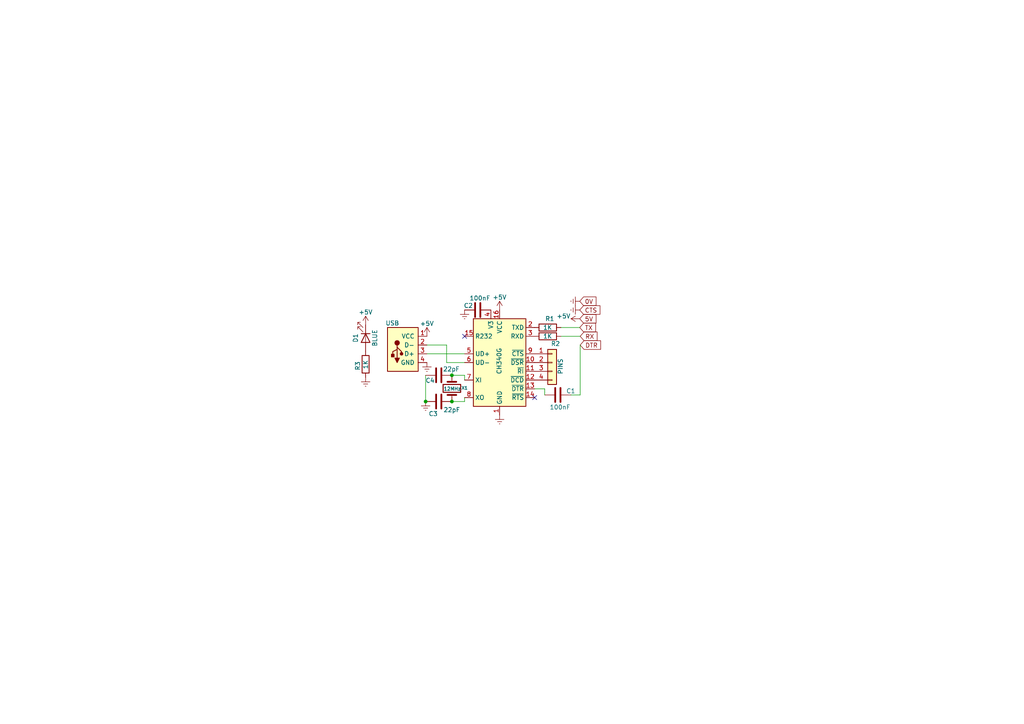
<source format=kicad_sch>
(kicad_sch (version 20230121) (generator eeschema)
  (paper "A4")
  (lib_symbols
    (symbol "Connector:USB_A" (pin_names (offset 1.016))
      (property "Value" "USB" (at 2.54 6.35 0))
      (symbol "USB_A_0_1"
        (rectangle (start -3.81 5.08) (end 5.08 -7.62) (stroke (width 0.254)) (fill (type background)))
        (rectangle (start -1.905 -3.429) (end -2.667 -2.667) (stroke (width 0.254)) (fill (type outline)))
        (circle (center -1.016 0.635) (radius 0.635) (stroke (width 0.254)) (fill (type outline)))
        (polyline (pts (xy -1.016 -0.635) (xy -1.016 -1.27) (xy -2.286 -1.905) (xy -2.286 -3.175)) (stroke (width 0.254)))
        (polyline (pts (xy -1.016 0) (xy -1.016 -0.635) (xy 0.254 -1.905) (xy 0.254 -2.54)) (stroke (width 0.254)))
        (polyline (pts (xy -0.381 -3.81) (xy -1.651 -3.81) (xy -1.016 -5.08) (xy -0.381 -3.81)) (stroke (width 0.254)) (fill (type outline)))
        (circle (center 0.254 -2.54) (radius 0.381) (stroke (width 0.254)) (fill (type outline)))
      )
      (symbol "USB_A_1_1"
        (polyline (pts (xy -1.016 -1.27) (xy -1.016 -3.81)) (stroke (width 0.254)))
        (pin power_in line (at 7.62 2.54 180) (length 2.54) (name "VCC") (number "1"))
        (pin bidirectional line (at 7.62 0 180) (length 2.54) (name "D-") (number "2"))
        (pin bidirectional line (at 7.62 -2.54 180) (length 2.54) (name "D+") (number "3"))
        (pin power_in line (at 7.62 -5.08 180) (length 2.54) (name "GND") (number "4"))
      )
    )
    (symbol "Connector_Generic_MountingPin:Conn_01x04_MountingPin" (pin_names (offset 1.016) hide)
      (symbol "Conn_01x04_MountingPin_1_1"
        (rectangle (start -1.27 -4.953) (end 0 -5.207) (stroke (width 0.1524)))
        (rectangle (start -1.27 -2.413) (end 0 -2.667) (stroke (width 0.1524)))
        (rectangle (start -1.27 0.127) (end 0 -0.127) (stroke (width 0.1524)))
        (rectangle (start -1.27 2.667) (end 0 2.413) (stroke (width 0.1524)))
        (rectangle (start -1.27 3.81) (end 1.27 -6.35) (stroke (width 0.254)) (fill (type background)))
        (pin passive line (at -5.08 2.54 0) (length 3.81) (name "Pin_1") (number "1"))
        (pin passive line (at -5.08 0 0) (length 3.81) (name "Pin_2") (number "2"))
        (pin passive line (at -5.08 -2.54 0) (length 3.81) (name "Pin_3") (number "3"))
        (pin passive line (at -5.08 -5.08 0) (length 3.81) (name "Pin_4") (number "4"))
      )
    )
    (symbol "Device:C" (pin_numbers hide) (pin_names (offset 0.254))
      (property "Reference" "C" (at 0.635 2.54 0))
      (property "Value" "C" (at 0.635 -2.54 0))
      (symbol "C_0_1"
        (polyline (pts (xy -2.032 -0.762) (xy 2.032 -0.762)) (stroke (width 0.508)))
        (polyline (pts (xy -2.032 0.762) (xy 2.032 0.762)) (stroke (width 0.508)))
      )
      (symbol "C_1_1"
        (pin passive line (at 0 3.81 270) (length 2.794) (name "~") (number "1"))
        (pin passive line (at 0 -3.81 90) (length 2.794) (name "~") (number "2"))
      )
    )
    (symbol "Device:Crystal" (pin_numbers hide) (pin_names (offset 1.016) hide)
      (property "Reference" "Y" (at 0 3.81 0))
      (property "Value" "Crystal" (at 0 -3.81 0))
      (symbol "Crystal_0_1"
        (rectangle (start -1.143 2.54) (end 1.143 -2.54) (stroke (width 0.3048)))
        (polyline (pts (xy -2.54 0) (xy -1.905 0)))
        (polyline (pts (xy -1.905 -1.27) (xy -1.905 1.27)) (stroke (width 0.508)))
        (polyline (pts (xy 1.905 -1.27) (xy 1.905 1.27)) (stroke (width 0.508)))
        (polyline (pts (xy 2.54 0) (xy 1.905 0)))
      )
      (symbol "Crystal_1_1"
        (pin passive line (at -3.81 0 0) (length 1.27) (name "1") (number "1"))
        (pin passive line (at 3.81 0 180) (length 1.27) (name "2") (number "2"))
      )
    )
    (symbol "Device:LED" (pin_numbers hide) (pin_names (offset 1.016) hide)
      (property "Reference" "D" (at 0 2.54 0))
      (property "Value" "LED" (at 0 -2.54 0))
      (symbol "LED_0_1"
        (polyline (pts (xy -1.27 -1.27) (xy -1.27 1.27)) (stroke (width 0.254)))
        (polyline (pts (xy -1.27 0) (xy 1.27 0)))
        (polyline (pts (xy 1.27 -1.27) (xy 1.27 1.27) (xy -1.27 0) (xy 1.27 -1.27)) (stroke (width 0.254)))
        (polyline (pts (xy -3.048 -0.762) (xy -4.572 -2.286) (xy -3.81 -2.286) (xy -4.572 -2.286) (xy -4.572 -1.524)))
        (polyline (pts (xy -1.778 -0.762) (xy -3.302 -2.286) (xy -2.54 -2.286) (xy -3.302 -2.286) (xy -3.302 -1.524)))
      )
      (symbol "LED_1_1"
        (pin passive line (at -3.81 0 0) (length 2.54) (name "K") (number "1"))
        (pin passive line (at 3.81 0 180) (length 2.54) (name "A") (number "2"))
      )
    )
    (symbol "Device:R" (pin_numbers hide) (pin_names (offset 0))
      (property "Reference" "R" (at 2.032 0 90))
      (property "Value" "R" (at 0 0 90))
      (symbol "R_0_1"
        (rectangle (start -1.016 -2.54) (end 1.016 2.54) (stroke (width 0.254)))
      )
      (symbol "R_1_1"
        (pin passive line (at 0 3.81 270) (length 1.27) (name "~") (number "1"))
        (pin passive line (at 0 -3.81 90) (length 1.27) (name "~") (number "2"))
      )
    )
    (symbol "Interface_USB:CH340G"
      (property "Reference" "U" (at -5.08 13.97 0))
      (property "Value" "CH340G" (at 1.27 13.97 0))
      (symbol "CH340G_0_1"
        (rectangle (start -7.62 12.7) (end 7.62 -12.7) (stroke (width 0.254)) (fill (type background)))
      )
      (symbol "CH340G_1_1"
        (pin power_in line (at 0 -15.24 90) (length 2.54) (name "GND") (number "1"))
        (pin input line (at 10.16 0 180) (length 2.54) (name "~{DSR}") (number "10"))
        (pin input line (at 10.16 -2.54 180) (length 2.54) (name "~{RI}") (number "11"))
        (pin input line (at 10.16 -5.08 180) (length 2.54) (name "~{DCD}") (number "12"))
        (pin output line (at 10.16 -7.62 180) (length 2.54) (name "~{DTR}") (number "13"))
        (pin output line (at 10.16 -10.16 180) (length 2.54) (name "~{RTS}") (number "14"))
        (pin input line (at -10.16 7.62 0) (length 2.54) (name "R232") (number "15"))
        (pin power_in line (at 0 15.24 270) (length 2.54) (name "VCC") (number "16"))
        (pin output line (at 10.16 10.16 180) (length 2.54) (name "TXD") (number "2"))
        (pin input line (at 10.16 7.62 180) (length 2.54) (name "RXD") (number "3"))
        (pin passive line (at -2.54 15.24 270) (length 2.54) (name "V3") (number "4"))
        (pin bidirectional line (at -10.16 2.54 0) (length 2.54) (name "UD+") (number "5"))
        (pin bidirectional line (at -10.16 0 0) (length 2.54) (name "UD-") (number "6"))
        (pin input line (at -10.16 -5.08 0) (length 2.54) (name "XI") (number "7"))
        (pin output line (at -10.16 -10.16 0) (length 2.54) (name "XO") (number "8"))
        (pin input line (at 10.16 2.54 180) (length 2.54) (name "~{CTS}") (number "9"))
      )
    )
    (symbol "power:+5V" (power) (pin_names (offset 0))
      (property "Value" "+5V" (at 0 3.556 0))
      (symbol "+5V_0_1"
        (polyline (pts (xy -0.762 1.27) (xy 0 2.54)))
        (polyline (pts (xy 0 0) (xy 0 2.54)))
        (polyline (pts (xy 0 2.54) (xy 0.762 1.27)))
      )
      (symbol "+5V_1_1"
        (pin power_in line (at 0 0 90) (length 0) hide (name "+5V") (number "1"))
      )
    )
    (symbol "power:Earth" (power) (pin_names (offset 0))
      (symbol "Earth_0_1"
        (polyline (pts (xy -0.635 -1.905) (xy 0.635 -1.905)))
        (polyline (pts (xy -0.127 -2.54) (xy 0.127 -2.54)))
        (polyline (pts (xy 0 -1.27) (xy 0 0)))
        (polyline (pts (xy 1.27 -1.27) (xy -1.27 -1.27)))
      )
      (symbol "Earth_1_1"
        (pin power_in line (at 0 0 270) (length 0) hide (name "Earth") (number "1"))
      )
    )
  )
  (junction (at 131.064 116.459))
  (junction (at 123.444 116.459))
  (junction (at 131.064 108.839))
  (no_connect (at 134.747 97.536))
  (no_connect (at 155.067 115.316))
  (wire (pts (xy 129.54 105.156) (xy 134.747 105.156)))
  (wire (pts (xy 134.747 108.839) (xy 131.064 108.839)))
  (wire (pts (xy 123.825 102.616) (xy 134.747 102.616)))
  (wire (pts (xy 129.54 100.076) (xy 129.54 105.156)))
  (wire (pts (xy 168.148 94.996) (xy 162.687 94.996)))
  (wire (pts (xy 168.275 114.554) (xy 168.275 100.076)))
  (wire (pts (xy 134.747 116.459) (xy 131.064 116.459)))
  (wire (pts (xy 123.444 116.459) (xy 123.444 108.839)))
  (wire (pts (xy 157.988 112.776) (xy 157.988 114.554)))
  (wire (pts (xy 123.825 100.076) (xy 129.54 100.076)))
  (wire (pts (xy 165.608 114.554) (xy 168.275 114.554)))
  (wire (pts (xy 155.067 112.776) (xy 157.988 112.776)))
  (wire (pts (xy 134.747 110.236) (xy 134.747 108.839)))
  (wire (pts (xy 162.687 97.536) (xy 168.275 97.536)))
  (wire (pts (xy 134.747 115.316) (xy 134.747 116.459)))
  (global_label "TX" (shape input) (at 168.148 94.996 0) (property "Intersheetrefs" "${INTERSHEET_REFS}" (effects hide)))
  (global_label "CTS" (shape input) (at 168.148 89.916 0) (property "Intersheetrefs" "${INTERSHEET_REFS}" (effects hide)))
  (global_label "RX" (shape input) (at 168.275 97.536 0) (property "Intersheetrefs" "${INTERSHEET_REFS}" (effects hide)))
  (global_label "5V" (shape input) (at 168.148 92.456 0) (property "Intersheetrefs" "${INTERSHEET_REFS}" (effects hide)))
  (global_label "0V" (shape input) (at 168.148 87.376 0) (property "Intersheetrefs" "${INTERSHEET_REFS}" (effects hide)))
  (global_label "DTR" (shape input) (at 168.275 100.076 0) (property "Intersheetrefs" "${INTERSHEET_REFS}" (effects hide)))
  (symbol (lib_id "Device:C") (at 161.798 114.554 270) (mirror x) (unit 1)
    (property "Reference" "C1" (at 164.211 113.411 90) (effects (justify left)))
    (property "Value" "100nF" (at 159.385 118.11 90) (effects (justify left)))
  )
  (symbol (lib_id "power:Earth") (at 144.907 120.396 0) (mirror y) (unit 1)
    (property "Reference" "#PWR?" (effects hide))
    (property "Value" "Earth" (effects hide))
  )
  (symbol (lib_id "Device:R") (at 158.877 94.996 270) (unit 1)
    (property "Reference" "R1" (at 158.115 92.456 90) (effects (justify left)))
    (property "Value" "1K" (at 157.48 94.996 90) (effects (justify left)))
  )
  (symbol (lib_id "Interface_USB:CH340G") (at 144.907 105.156 0) (unit 1)
    (property "Reference" "U?" (effects hide))
    (property "Value" "CH340G" (at 144.78 108.585 90) (effects (justify left)))
    (property "Footprint" "Package_SO:SOIC-16_3.9x9.9mm_P1.27mm" (effects hide))
    (property "Datasheet" "http://www.datasheet5.com/pdf-local-2195953" (effects hide))
  )
  (symbol (lib_id "Connector:USB_A") (at 116.205 100.076 0) (unit 1)
    (property "Reference" "J?" (effects hide))
    (property "Value" "USB" (at 113.792 93.726 0))
    (property "Datasheet" " ~" (effects hide))
  )
  (symbol (lib_id "Device:Crystal") (at 131.064 112.649 90) (mirror x) (unit 1)
    (property "Reference" "X1" (at 134.747 112.522 90) (effects (font (size 0.9 0.9))))
    (property "Value" "12MHz" (at 131.191 112.776 90) (effects (font (size 1 1))))
  )
  (symbol (lib_id "Connector_Generic_MountingPin:Conn_01x04_MountingPin") (at 160.147 105.156 0) (unit 1)
    (property "Reference" "J1" (effects hide))
    (property "Value" "PINS" (at 162.56 108.585 90) (effects (justify left)))
  )
  (symbol (lib_id "power:Earth") (at 134.747 89.916 0) (mirror y) (unit 1)
    (property "Reference" "#PWR?" (effects hide))
    (property "Value" "Earth" (effects hide))
  )
  (symbol (lib_id "Device:R") (at 106.045 105.664 180) (unit 1)
    (property "Reference" "R3" (at 103.759 104.775 90) (effects (justify left)))
    (property "Value" "1K" (at 106.045 104.394 90) (effects (justify left)))
  )
  (symbol (lib_id "Device:C") (at 127.254 108.839 90) (mirror x) (unit 1)
    (property "Reference" "C4" (at 126.111 110.363 90) (effects (justify left)))
    (property "Value" "22pF" (at 133.35 107.061 90) (effects (justify left)))
  )
  (symbol (lib_id "power:+5V") (at 168.148 92.456 90) (mirror x) (unit 1)
    (property "Reference" "#PWR?" (effects hide))
    (property "Value" "+5V" (at 163.449 91.694 90))
  )
  (symbol (lib_id "Device:C") (at 138.557 89.916 270) (mirror x) (unit 1)
    (property "Reference" "C2" (at 134.493 88.646 90) (effects (justify left)))
    (property "Value" "100nF" (at 136.144 86.487 90) (effects (justify left)))
  )
  (symbol (lib_id "power:+5V") (at 123.825 97.536 0) (unit 1)
    (property "Reference" "#PWR?" (effects hide))
    (property "Value" "+5V" (at 123.825 93.853 0))
  )
  (symbol (lib_id "power:Earth") (at 106.045 109.474 0) (mirror y) (unit 1)
    (property "Reference" "#PWR?" (effects hide))
    (property "Value" "Earth" (effects hide))
  )
  (symbol (lib_id "Device:LED") (at 106.045 98.044 270) (unit 1)
    (property "Reference" "D1" (at 103.124 98.044 0))
    (property "Value" "BLUE" (at 108.712 98.044 0))
  )
  (symbol (lib_id "power:Earth") (at 168.148 89.916 270) (mirror x) (unit 1)
    (property "Reference" "#PWR?" (effects hide))
    (property "Value" "Earth" (effects hide))
  )
  (symbol (lib_id "power:Earth") (at 123.825 105.156 0) (mirror y) (unit 1)
    (property "Reference" "#PWR?" (effects hide))
    (property "Value" "Earth" (effects hide))
  )
  (symbol (lib_id "power:+5V") (at 106.045 94.234 0) (unit 1)
    (property "Reference" "#PWR?" (effects hide))
    (property "Value" "+5V" (at 106.045 90.551 0))
  )
  (symbol (lib_id "power:Earth") (at 123.444 116.459 0) (mirror y) (unit 1)
    (property "Reference" "#PWR?" (effects hide))
    (property "Value" "Earth" (effects hide))
  )
  (symbol (lib_id "power:Earth") (at 168.148 87.376 270) (mirror x) (unit 1)
    (property "Reference" "#PWR?" (effects hide))
    (property "Value" "Earth" (effects hide))
  )
  (symbol (lib_id "Device:C") (at 127.254 116.459 90) (mirror x) (unit 1)
    (property "Reference" "C3" (at 127 120.015 90) (effects (justify left)))
    (property "Value" "22pF" (at 133.477 118.872 90) (effects (justify left)))
  )
  (symbol (lib_id "Device:R") (at 158.877 97.536 270) (unit 1)
    (property "Reference" "R2" (at 159.766 99.695 90) (effects (justify left)))
    (property "Value" "1K" (at 157.48 97.536 90) (effects (justify left)))
  )
  (symbol (lib_id "power:+5V") (at 144.907 89.916 0) (unit 1)
    (property "Reference" "#PWR?" (effects hide))
    (property "Value" "+5V" (at 144.907 86.233 0))
  )
)
</source>
